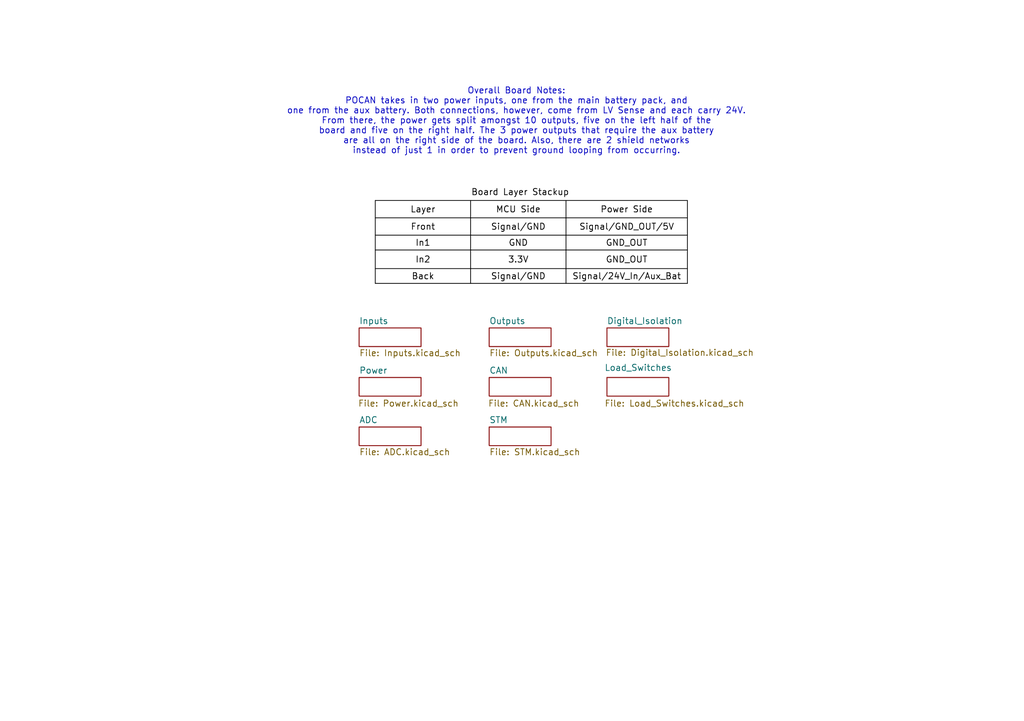
<source format=kicad_sch>
(kicad_sch
	(version 20250114)
	(generator "eeschema")
	(generator_version "9.0")
	(uuid "d46bcc44-f9c6-4279-a08a-290443f8d729")
	(paper "A5")
	(lib_symbols)
	(text "Board Layer Stackup"
		(exclude_from_sim no)
		(at 106.68 39.624 0)
		(effects
			(font
				(size 1.27 1.27)
				(color 0 0 0 1)
			)
		)
		(uuid "3f94f9f8-e344-471a-8ec8-94486b3f4697")
	)
	(text "Overall Board Notes:\nPOCAN takes in two power inputs, one from the main battery pack, and\none from the aux battery. Both connections, however, come from LV Sense and each carry 24V.\nFrom there, the power gets split amongst 10 outputs, five on the left half of the\nboard and five on the right half. The 3 power outputs that require the aux battery\nare all on the right side of the board. Also, there are 2 shield networks\ninstead of just 1 in order to prevent ground looping from occurring.\n"
		(exclude_from_sim no)
		(at 105.918 24.892 0)
		(effects
			(font
				(size 1.27 1.27)
			)
		)
		(uuid "fb2a1392-c48b-4d5f-81d2-d0e2312ebb87")
	)
	(table
		(column_count 3)
		(border
			(external yes)
			(header yes)
			(stroke
				(width 0)
				(type solid)
				(color 0 0 0 1)
			)
		)
		(separators
			(rows yes)
			(cols yes)
			(stroke
				(width 0)
				(type solid)
				(color 0 0 0 1)
			)
		)
		(column_widths 19.558 19.558 24.892)
		(row_heights 3.556 3.556 3.048 3.81 3.048)
		(cells
			(table_cell "Layer"
				(exclude_from_sim no)
				(at 76.962 41.148 0)
				(size 19.558 3.556)
				(margins 0.9525 0.9525 0.9525 0.9525)
				(span 1 1)
				(fill
					(type none)
				)
				(effects
					(font
						(size 1.27 1.27)
						(color 0 0 0 1)
					)
				)
				(uuid "6affaffd-4463-4d56-9557-98bb2f821cdb")
			)
			(table_cell "MCU Side"
				(exclude_from_sim no)
				(at 96.52 41.148 0)
				(size 19.558 3.556)
				(margins 0.9525 0.9525 0.9525 0.9525)
				(span 1 1)
				(fill
					(type none)
				)
				(effects
					(font
						(size 1.27 1.27)
						(color 0 0 0 1)
					)
				)
				(uuid "c43e3a01-513c-468b-88d9-e93a3f22da74")
			)
			(table_cell "Power Side"
				(exclude_from_sim no)
				(at 116.078 41.148 0)
				(size 24.892 3.556)
				(margins 0.9525 0.9525 0.9525 0.9525)
				(span 1 1)
				(fill
					(type none)
				)
				(effects
					(font
						(size 1.27 1.27)
						(color 0 0 0 1)
					)
				)
				(uuid "1147e6c2-750f-49ed-bce2-5675f6740444")
			)
			(table_cell "Front"
				(exclude_from_sim no)
				(at 76.962 44.704 0)
				(size 19.558 3.556)
				(margins 0.9525 0.9525 0.9525 0.9525)
				(span 1 1)
				(fill
					(type none)
				)
				(effects
					(font
						(size 1.27 1.27)
						(color 0 0 0 1)
					)
				)
				(uuid "acd9fcc7-1d8b-4a27-bf1b-d31ecd028e65")
			)
			(table_cell "Signal/GND"
				(exclude_from_sim no)
				(at 96.52 44.704 0)
				(size 19.558 3.556)
				(margins 0.9525 0.9525 0.9525 0.9525)
				(span 1 1)
				(fill
					(type none)
				)
				(effects
					(font
						(size 1.27 1.27)
						(color 0 0 0 1)
					)
				)
				(uuid "5d0319fb-c0ab-4ca1-8854-09ff749e7203")
			)
			(table_cell "Signal/GND_OUT/5V"
				(exclude_from_sim no)
				(at 116.078 44.704 0)
				(size 24.892 3.556)
				(margins 0.9525 0.9525 0.9525 0.9525)
				(span 1 1)
				(fill
					(type none)
				)
				(effects
					(font
						(size 1.27 1.27)
						(color 0 0 0 1)
					)
				)
				(uuid "477bbf67-a377-48f7-b2cf-a29c16bbce6e")
			)
			(table_cell "In1"
				(exclude_from_sim no)
				(at 76.962 48.26 0)
				(size 19.558 3.048)
				(margins 0.9525 0.9525 0.9525 0.9525)
				(span 1 1)
				(fill
					(type none)
				)
				(effects
					(font
						(size 1.27 1.27)
						(color 0 0 0 1)
					)
				)
				(uuid "037ed864-2c99-4070-91be-801f0ce74dad")
			)
			(table_cell "GND"
				(exclude_from_sim no)
				(at 96.52 48.26 0)
				(size 19.558 3.048)
				(margins 0.9525 0.9525 0.9525 0.9525)
				(span 1 1)
				(fill
					(type none)
				)
				(effects
					(font
						(size 1.27 1.27)
						(color 0 0 0 1)
					)
				)
				(uuid "0382f325-4191-4586-baff-ed28fbe74b82")
			)
			(table_cell "GND_OUT"
				(exclude_from_sim no)
				(at 116.078 48.26 0)
				(size 24.892 3.048)
				(margins 0.9525 0.9525 0.9525 0.9525)
				(span 1 1)
				(fill
					(type none)
				)
				(effects
					(font
						(size 1.27 1.27)
						(color 0 0 0 1)
					)
				)
				(uuid "f7c113d2-afa4-4ae2-92fc-84cbd3fe1a4e")
			)
			(table_cell "In2"
				(exclude_from_sim no)
				(at 76.962 51.308 0)
				(size 19.558 3.81)
				(margins 0.9525 0.9525 0.9525 0.9525)
				(span 1 1)
				(fill
					(type none)
				)
				(effects
					(font
						(size 1.27 1.27)
						(color 0 0 0 1)
					)
				)
				(uuid "7e837980-5daf-46f8-935a-1a44ecca07f9")
			)
			(table_cell "3.3V"
				(exclude_from_sim no)
				(at 96.52 51.308 0)
				(size 19.558 3.81)
				(margins 0.9525 0.9525 0.9525 0.9525)
				(span 1 1)
				(fill
					(type none)
				)
				(effects
					(font
						(size 1.27 1.27)
						(color 0 0 0 1)
					)
				)
				(uuid "94b55d39-f957-44ab-b7db-d73463a8d2d6")
			)
			(table_cell "GND_OUT"
				(exclude_from_sim no)
				(at 116.078 51.308 0)
				(size 24.892 3.81)
				(margins 0.9525 0.9525 0.9525 0.9525)
				(span 1 1)
				(fill
					(type none)
				)
				(effects
					(font
						(size 1.27 1.27)
						(color 0 0 0 1)
					)
				)
				(uuid "1e4d1f4c-2394-4f8f-9a5b-9097acfc8ff7")
			)
			(table_cell "Back"
				(exclude_from_sim no)
				(at 76.962 55.118 0)
				(size 19.558 3.048)
				(margins 0.9525 0.9525 0.9525 0.9525)
				(span 1 1)
				(fill
					(type none)
				)
				(effects
					(font
						(size 1.27 1.27)
						(color 0 0 0 1)
					)
				)
				(uuid "2b0f0d2e-255a-4507-b1b6-e3c6651c8848")
			)
			(table_cell "Signal/GND"
				(exclude_from_sim no)
				(at 96.52 55.118 0)
				(size 19.558 3.048)
				(margins 0.9525 0.9525 0.9525 0.9525)
				(span 1 1)
				(fill
					(type none)
				)
				(effects
					(font
						(size 1.27 1.27)
						(color 0 0 0 1)
					)
				)
				(uuid "47eeb237-9a13-473a-b7c2-2df8bbdeffad")
			)
			(table_cell "Signal/24V_In/Aux_Bat"
				(exclude_from_sim no)
				(at 116.078 55.118 0)
				(size 24.892 3.048)
				(margins 0.9525 0.9525 0.9525 0.9525)
				(span 1 1)
				(fill
					(type none)
				)
				(effects
					(font
						(size 1.27 1.27)
						(color 0 0 0 1)
					)
				)
				(uuid "a0e20197-a8a4-442d-8f35-92d48e46323e")
			)
		)
	)
	(sheet
		(at 100.33 77.47)
		(size 12.7 3.81)
		(exclude_from_sim no)
		(in_bom yes)
		(on_board yes)
		(dnp no)
		(stroke
			(width 0.1524)
			(type solid)
		)
		(fill
			(color 0 0 0 0.0000)
		)
		(uuid "0d002dd0-86e5-4e97-8279-da69abe9f18a")
		(property "Sheetname" "CAN"
			(at 100.33 76.7584 0)
			(effects
				(font
					(size 1.27 1.27)
				)
				(justify left bottom)
			)
		)
		(property "Sheetfile" "CAN.kicad_sch"
			(at 100.076 82.042 0)
			(effects
				(font
					(size 1.27 1.27)
				)
				(justify left top)
			)
		)
		(instances
			(project "POCAN"
				(path "/d46bcc44-f9c6-4279-a08a-290443f8d729"
					(page "8")
				)
			)
		)
	)
	(sheet
		(at 100.33 87.63)
		(size 12.7 3.81)
		(exclude_from_sim no)
		(in_bom yes)
		(on_board yes)
		(dnp no)
		(fields_autoplaced yes)
		(stroke
			(width 0.1524)
			(type solid)
		)
		(fill
			(color 0 0 0 0.0000)
		)
		(uuid "13103689-c01d-450b-a893-9d064baf9efc")
		(property "Sheetname" "STM"
			(at 100.33 86.9184 0)
			(effects
				(font
					(size 1.27 1.27)
				)
				(justify left bottom)
			)
		)
		(property "Sheetfile" "STM.kicad_sch"
			(at 100.33 92.0246 0)
			(effects
				(font
					(size 1.27 1.27)
				)
				(justify left top)
			)
		)
		(instances
			(project "POCAN"
				(path "/d46bcc44-f9c6-4279-a08a-290443f8d729"
					(page "7")
				)
			)
		)
	)
	(sheet
		(at 124.46 77.47)
		(size 12.7 3.81)
		(exclude_from_sim no)
		(in_bom yes)
		(on_board yes)
		(dnp no)
		(stroke
			(width 0.1524)
			(type solid)
		)
		(fill
			(color 0 0 0 0.0000)
		)
		(uuid "5d27b5f2-8527-4a58-86e4-9011b6b14523")
		(property "Sheetname" "Load_Switches"
			(at 123.952 76.2 0)
			(effects
				(font
					(size 1.27 1.27)
				)
				(justify left bottom)
			)
		)
		(property "Sheetfile" "Load_Switches.kicad_sch"
			(at 123.952 82.042 0)
			(effects
				(font
					(size 1.27 1.27)
				)
				(justify left top)
			)
		)
		(instances
			(project "POCAN"
				(path "/d46bcc44-f9c6-4279-a08a-290443f8d729"
					(page "2")
				)
			)
		)
	)
	(sheet
		(at 73.66 77.47)
		(size 12.7 3.81)
		(exclude_from_sim no)
		(in_bom yes)
		(on_board yes)
		(dnp no)
		(stroke
			(width 0.1524)
			(type solid)
		)
		(fill
			(color 0 0 0 0.0000)
		)
		(uuid "6fec35a1-7358-43e5-8cc3-e8ec3f6a6b38")
		(property "Sheetname" "Power"
			(at 73.66 76.7584 0)
			(effects
				(font
					(size 1.27 1.27)
				)
				(justify left bottom)
			)
		)
		(property "Sheetfile" "Power.kicad_sch"
			(at 73.406 82.042 0)
			(effects
				(font
					(size 1.27 1.27)
				)
				(justify left top)
			)
		)
		(instances
			(project "POCAN"
				(path "/d46bcc44-f9c6-4279-a08a-290443f8d729"
					(page "9")
				)
			)
		)
	)
	(sheet
		(at 124.46 67.31)
		(size 12.7 3.81)
		(exclude_from_sim no)
		(in_bom yes)
		(on_board yes)
		(dnp no)
		(stroke
			(width 0.1524)
			(type solid)
		)
		(fill
			(color 0 0 0 0.0000)
		)
		(uuid "a1f08a11-f00a-4f25-a8ae-1484792f6dde")
		(property "Sheetname" "Digital_Isolation"
			(at 124.46 66.5984 0)
			(effects
				(font
					(size 1.27 1.27)
				)
				(justify left bottom)
			)
		)
		(property "Sheetfile" "Digital_Isolation.kicad_sch"
			(at 124.206 71.628 0)
			(effects
				(font
					(size 1.27 1.27)
				)
				(justify left top)
			)
		)
		(instances
			(project "POCAN"
				(path "/d46bcc44-f9c6-4279-a08a-290443f8d729"
					(page "6")
				)
			)
		)
	)
	(sheet
		(at 73.66 87.63)
		(size 12.7 3.81)
		(exclude_from_sim no)
		(in_bom yes)
		(on_board yes)
		(dnp no)
		(fields_autoplaced yes)
		(stroke
			(width 0.1524)
			(type solid)
		)
		(fill
			(color 0 0 0 0.0000)
		)
		(uuid "c17720c3-5531-4972-aaa7-269914bca73f")
		(property "Sheetname" "ADC"
			(at 73.66 86.9184 0)
			(effects
				(font
					(size 1.27 1.27)
				)
				(justify left bottom)
			)
		)
		(property "Sheetfile" "ADC.kicad_sch"
			(at 73.66 92.0246 0)
			(effects
				(font
					(size 1.27 1.27)
				)
				(justify left top)
			)
		)
		(instances
			(project "POCAN"
				(path "/d46bcc44-f9c6-4279-a08a-290443f8d729"
					(page "8")
				)
			)
		)
	)
	(sheet
		(at 73.66 67.31)
		(size 12.7 3.81)
		(exclude_from_sim no)
		(in_bom yes)
		(on_board yes)
		(dnp no)
		(fields_autoplaced yes)
		(stroke
			(width 0.1524)
			(type solid)
		)
		(fill
			(color 0 0 0 0.0000)
		)
		(uuid "cca01424-6819-43de-b59d-bcd7eabca4e1")
		(property "Sheetname" "Inputs"
			(at 73.66 66.5984 0)
			(effects
				(font
					(size 1.27 1.27)
				)
				(justify left bottom)
			)
		)
		(property "Sheetfile" "Inputs.kicad_sch"
			(at 73.66 71.7046 0)
			(effects
				(font
					(size 1.27 1.27)
				)
				(justify left top)
			)
		)
		(instances
			(project "POCAN"
				(path "/d46bcc44-f9c6-4279-a08a-290443f8d729"
					(page "4")
				)
			)
		)
	)
	(sheet
		(at 100.33 67.31)
		(size 12.7 3.81)
		(exclude_from_sim no)
		(in_bom yes)
		(on_board yes)
		(dnp no)
		(fields_autoplaced yes)
		(stroke
			(width 0.1524)
			(type solid)
		)
		(fill
			(color 0 0 0 0.0000)
		)
		(uuid "f0cdf8ce-fc08-4687-b0a6-15617befd216")
		(property "Sheetname" "Outputs"
			(at 100.33 66.5984 0)
			(effects
				(font
					(size 1.27 1.27)
				)
				(justify left bottom)
			)
		)
		(property "Sheetfile" "Outputs.kicad_sch"
			(at 100.33 71.7046 0)
			(effects
				(font
					(size 1.27 1.27)
				)
				(justify left top)
			)
		)
		(instances
			(project "POCAN"
				(path "/d46bcc44-f9c6-4279-a08a-290443f8d729"
					(page "5")
				)
			)
		)
	)
	(sheet_instances
		(path "/"
			(page "1")
		)
	)
	(embedded_fonts no)
)

</source>
